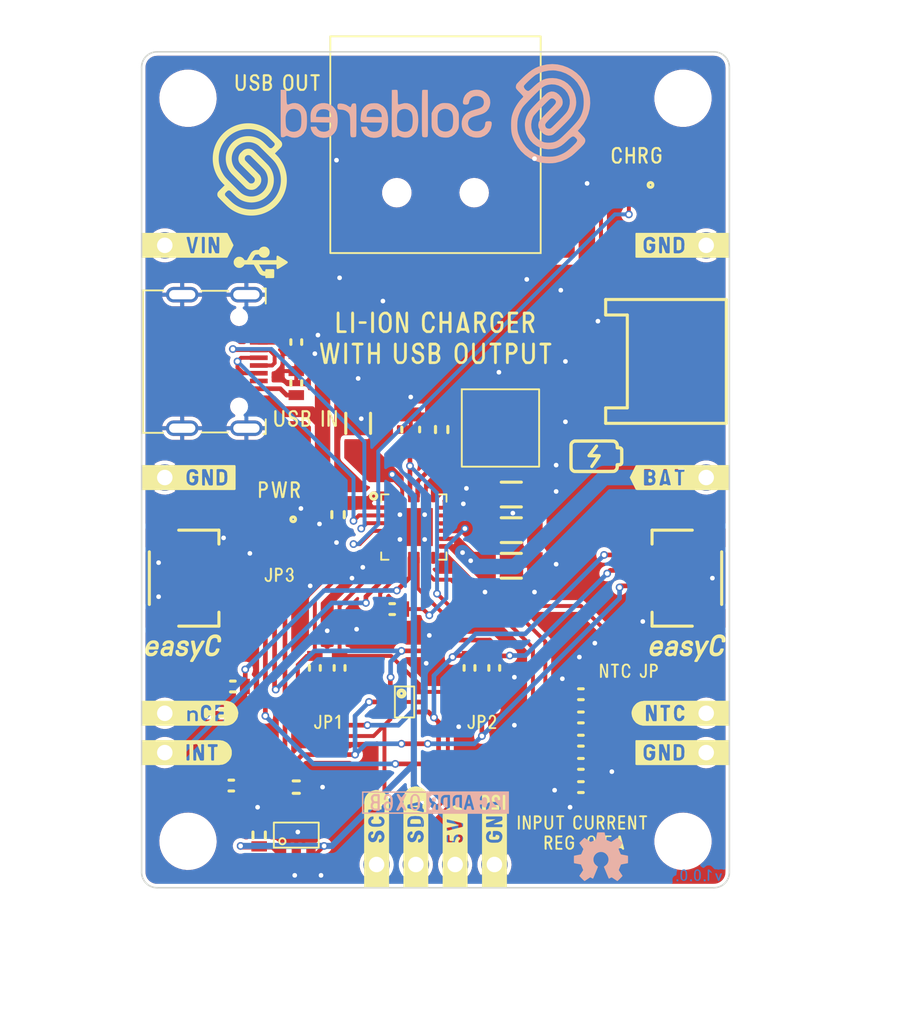
<source format=kicad_pcb>
(kicad_pcb (version 20211014) (generator pcbnew)
  (title_block (title "Li-ion charger BQ24295 with 5V USB output board") (date "2022-07-21") (rev "V1.0.0.") (company "SOLDERED") (comment 1 "333075"))
  (layers (0 "F.Cu" signal) (31 "B.Cu" signal) (34 "B.Paste" user) (35 "F.Paste" user) (36 "B.SilkS" user "B.Silkscreen") (37 "F.SilkS" user "F.Silkscreen") (38 "B.Mask" user) (39 "F.Mask" user) (44 "Edge.Cuts" user))
  (net 0 "")
  (net 1 "GND")
  (net 2 "VCC")
  (net 3 "PMID")
  (net 4 "REGN")
  (net 5 "Net-(C4-Pad2)")
  (net 6 "BAT")
  (net 7 "SYS")
  (net 8 "3V3")
  (net 9 "Net-(D1-Pad2)")
  (net 10 "Net-(D2-Pad1)")
  (net 11 "SCL_PULL5")
  (net 12 "SDA_PULL5")
  (net 13 "TS")
  (net 14 "Net-(JP2-Pad2)")
  (net 15 "SCL_PULL3,3")
  (net 16 "SDA_PULL3,3")
  (net 17 "ILIM")
  (net 18 "Net-(K4-PadA5)")
  (net 20 "Net-(K4-PadB5)")
  (net 22 "SCL3,3")
  (net 23 "SDA3,3")
  (net 24 "SDA5")
  (net 25 "SCL5")
  (net 26 "nCE")
  (net 27 "INT")
  (net 28 "Net-(K12-Pad2)")
  (net 29 "OTG")
  (net 30 "STAT")
  (net 31 "D+")
  (net 32 "D-")
  (net 33 "QON")
  (net 34 "BTST")
  (net 36 "Net-(JP4-Pad1)")
  (net 37 "Net-(JP5-Pad1)")
  (net 38 "Net-(JP6-Pad2)")
  (footprint "Soldered Graphics:Symbol-Front-USB" (layer "F.Cu") (at 97.7 99.6 -90)
    (fp_text reference "G***" hide)
    (fp_text value "LOGO" hide)
  )
  (footprint "e-radionica.com footprinti:SOT-363" (layer "F.Cu") (at 107 128)
    (fp_text reference "U1")
    (fp_text value "NMOS-DUAL")
  )
  (footprint "e-radionica.com footprinti:0603C" (layer "F.Cu") (at 109.4 110.4 90)
    (fp_text reference "C4")
    (fp_text value "CL10B473KO8NNNC")
  )
  (footprint "Soldered Graphics:Logo-Back-OSH-3.5mm" (layer "F.Cu") (at 119.7 138)
    (fp_text reference "G***" hide)
    (fp_text value "LOGO" hide)
  )
  (footprint "e-radionica.com footprinti:0603R" (layer "F.Cu") (at 100 107.4 90)
    (fp_text reference "R12")
    (fp_text value "5k1")
  )
  (footprint "e-radionica.com footprinti:0603R" (layer "F.Cu") (at 101.2 125.8 90)
    (fp_text reference "R3")
    (fp_text value "10k")
  )
  (footprint "e-radionica.com footprinti:USB_A_FEMALE_CONECTOR" (layer "F.Cu") (at 109 99.5 180)
    (fp_text reference "K12")
    (fp_text value "USB_A_FEMALE_CONNECTOR")
  )
  (footprint "e-radionica.com footprinti:0603R" (layer "F.Cu") (at 100 104.75 -90)
    (fp_text reference "R14")
    (fp_text value "5k1")
  )
  (footprint "e-radionica.com footprinti:0402LED" (layer "F.Cu") (at 98.9 115.6)
    (fp_text reference "D2")
    (fp_text value "purple")
  )
  (footprint "buzzardLabel" (layer "F.Cu") (at 128.4 113.5)
    (fp_text reference "")
    (fp_text value "")
  )
  (footprint "e-radionica.com footprinti:U262-161N-4BVC11" (layer "F.Cu") (at 95.1 106 -90)
    (fp_text reference "K4")
    (fp_text value "U262-161N-4BVC11")
  )
  (footprint "e-radionica.com footprinti:0603R" (layer "F.Cu") (at 118.4 133.5 180)
    (fp_text reference "R15")
    (fp_text value "1k")
  )
  (footprint "buzzardLabel" (layer "F.Cu") (at 98.9 119.8)
    (fp_text reference "")
    (fp_text value "")
  )
  (footprint "e-radionica.com footprinti:SMD_JUMPER_3_PAD_TRACE" (layer "F.Cu") (at 112 128)
    (fp_text reference "JP3")
    (fp_text value "SMD_JUMPER_3_PAD_TRACE")
  )
  (footprint "buzzardLabel" (layer "F.Cu") (at 98.9 114.3)
    (fp_text reference "")
    (fp_text value "")
  )
  (footprint "e-radionica.com footprinti:BQ24295RGET" (layer "F.Cu") (at 107.6 116.7)
    (fp_text reference "U2")
    (fp_text value "BQ24295_RGET")
  )
  (footprint "e-radionica.com footprinti:SMD-JUMPER-CONNECTED_TRACE_SLODERMASK" (layer "F.Cu") (at 98.9 118.5)
    (fp_text reference "JP6")
    (fp_text value "SMD-JUMPER-CONNECTED_TRACE_SLODERMASK")
  )
  (footprint "e-radionica.com footprinti:0402LED" (layer "F.Cu") (at 122 94)
    (fp_text reference "D1")
    (fp_text value "red")
  )
  (footprint "Soldered Graphics:Logo-Front-easyC-5mm" (layer "F.Cu") (at 92.7 124.5)
    (fp_text reference "G***" hide)
    (fp_text value "LOGO" hide)
  )
  (footprint "e-radionica.com footprinti:FIDUCIAL_23" (layer "F.Cu") (at 109 90)
    (fp_text reference "FD1")
    (fp_text value "FIDUCIAL")
  )
  (footprint "e-radionica.com footprinti:SMD_JUMPER" (layer "F.Cu") (at 120 138.5 -90)
    (fp_text reference "JP5")
    (fp_text value "SMD_JUMPER")
  )
  (footprint "buzzardLabel" (layer "F.Cu") (at 109 105.5)
    (fp_text reference "")
    (fp_text value "")
  )
  (footprint "e-radionica.com footprinti:1206C" (layer "F.Cu") (at 104 110 -90)
    (fp_text reference "C2")
    (fp_text value "EMK316BB7226ML-T")
  )
  (footprint "e-radionica.com footprinti:HOLE_3.2mm" (layer "F.Cu") (at 93 137)
    (fp_text reference "H1" hide)
    (fp_text value "HOLE_3.2mm" hide)
  )
  (footprint "buzzardLabel" (layer "F.Cu") (at 122 92.7)
    (fp_text reference "")
    (fp_text value "")
  )
  (footprint "e-radionica.com footprinti:HOLE_3.2mm" (layer "F.Cu") (at 93 89)
    (fp_text reference "H2" hide)
    (fp_text value "HOLE_3.2mm" hide)
  )
  (footprint "e-radionica.com footprinti:0402R" (layer "F.Cu") (at 122 95.5 180)
    (fp_text reference "R11")
    (fp_text value "2k2")
  )
  (footprint "e-radionica.com footprinti:JST-2pin-SMD" (layer "F.Cu") (at 123 106 -90)
    (fp_text reference "K7")
    (fp_text value "JST-2pin-SMD")
  )
  (footprint "e-radionica.com footprinti:easyC-connector" (layer "F.Cu") (at 124.7 120 -90)
    (fp_text reference "K5")
    (fp_text value "easyC-SMD")
  )
  (footprint "buzzardLabel" (layer "F.Cu") (at 128.4 131.27)
    (fp_text reference "")
    (fp_text value "")
  )
  (footprint "buzzardLabel" (layer "F.Cu") (at 98.8 88)
    (fp_text reference "")
    (fp_text value "")
  )
  (footprint "e-radionica.com footprinti:0603R" (layer "F.Cu") (at 102.8 125.8 -90)
    (fp_text reference "R6")
    (fp_text value "10k")
  )
  (footprint "buzzardLabel" (layer "F.Cu") (at 118.5 135.8)
    (fp_text reference "")
    (fp_text value "")
  )
  (footprint "e-radionica.com footprinti:HOLE_3.2mm" (layer "F.Cu") (at 125 89)
    (fp_text reference "H4" hide)
    (fp_text value "HOLE_3.2mm" hide)
  )
  (footprint "buzzardLabel" (layer "F.Cu") (at 117 137.1)
    (fp_text reference "")
    (fp_text value "")
  )
  (footprint "buzzardLabel" (layer "F.Cu") (at 110.27 140.4 90)
    (fp_text reference "")
    (fp_text value "")
  )
  (footprint "e-radionica.com footprinti:1206C" (layer "F.Cu") (at 113.9 116.9 180)
    (fp_text reference "C7")
    (fp_text value "CL31B106MOHNNNE")
  )
  (footprint "buzzardLabel" (layer "F.Cu") (at 100.6 109.7)
    (fp_text reference "")
    (fp_text value "")
  )
  (footprint "buzzardLabel" (layer "F.Cu") (at 89.6 131.27)
    (fp_text reference "")
    (fp_text value "")
  )
  (footprint "e-radionica.com footprinti:easyC-connector" (layer "F.Cu") (at 93.3 120 90)
    (fp_text reference "K11")
    (fp_text value "easyC-SMD")
  )
  (footprint "e-radionica.com footprinti:HOLE_3.2mm" (layer "F.Cu") (at 125 137)
    (fp_text reference "H3" hide)
    (fp_text value "HOLE_3.2mm" hide)
  )
  (footprint "e-radionica.com footprinti:SRN5020TA-2R2M" (layer "F.Cu") (at 113.2 110.3)
    (fp_text reference "L1")
    (fp_text value "SRN5020TA__2R2M")
  )
  (footprint "buzzardLabel" (layer "F.Cu") (at 120 137.1)
    (fp_text reference "")
    (fp_text value "")
  )
  (footprint "buzzardLabel" (layer "F.Cu") (at 112 129.3)
    (fp_text reference "")
    (fp_text value "")
  )
  (footprint "e-radionica.com footprinti:0603R" (layer "F.Cu") (at 106.2 122 180)
    (fp_text reference "R10")
    (fp_text value "10k")
  )
  (footprint "e-radionica.com footprinti:0603R" (layer "F.Cu") (at 95.8 133.4 180)
    (fp_text reference "R9")
    (fp_text value "10k")
  )
  (footprint "e-radionica.com footprinti:SOT-23-5" (layer "F.Cu") (at 100 136.6 90)
    (fp_text reference "U3")
    (fp_text value "SE5218")
  )
  (footprint "Soldered Graphics:Logo-Back-SolderedFULL-20mm" (layer "F.Cu") (at 109 90)
    (fp_text reference "REF**" hide)
    (fp_text value "Logo-Front-SolderedFULL-20mm" hide)
  )
  (footprint "buzzardLabel" (layer "F.Cu") (at 128.4 128.73)
    (fp_text reference "")
    (fp_text value "")
  )
  (footprint "buzzardLabel" (layer "F.Cu") (at 89.6 128.73)
    (fp_text reference "")
    (fp_text value "")
  )
  (footprint "e-radionica.com footprinti:0603R" (layer "F.Cu") (at 118.4 132)
    (fp_text reference "R13")
    (fp_text value "150")
  )
  (footprint "Soldered Graphics:Symbol-Front-Battery" (layer "F.Cu") (at 119.4 112.2)
    (fp_text reference "G***" hide)
    (fp_text value "LOGO" hide)
  )
  (footprint "e-radionica.com footprinti:0805C" (layer "F.Cu") (at 107.4 110.4 -90)
    (fp_text reference "C3")
    (fp_text value "GRM21BR71C475KE51K")
  )
  (footprint "e-radionica.com footprinti:0603R" (layer "F.Cu") (at 95.9 127 180)
    (fp_text reference "R8")
    (fp_text value "10k")
  )
  (footprint "buzzardLabel" (layer "F.Cu") (at 112.81 140.4 90)
    (fp_text reference "")
    (fp_text value "")
  )
  (footprint "buzzardLabel" (layer "F.Cu") (at 105.19 140.4 90)
    (fp_text reference "")
    (fp_text value "")
  )
  (footprint "e-radionica.com footprinti:0603R" (layer "F.Cu") (at 118.4 127.5 180)
    (fp_text reference "R5")
    (fp_text value "10k")
  )
  (footprint "Soldered Graphics:Logo-Front-easyC-5mm" (layer "F.Cu") (at 125.3 124.5)
    (fp_text reference "G***" hide)
    (fp_text value "LOGO" hide)
  )
  (footprint "e-radionica.com footprinti:1206C" (layer "F.Cu") (at 113.9 119.2 180)
    (fp_text reference "C5")
    (fp_text value "CL31B106MOHNNNE")
  )
  (footprint "buzzardLabel" (layer "F.Cu") (at 128.4 98.5)
    (fp_text reference "")
    (fp_text value "")
  )
  (footprint "buzzardLabel" (layer "F.Cu") (at 121.5 126)
    (fp_text reference "")
    (fp_text value "")
  )
  (footprint "Soldered Graphics:Logo-Front-Soldered-6mm" (layer "F.Cu") (at 97 93.6)
    (fp_text reference "G***" hide)
    (fp_text value "LOGO" hide)
  )
  (footprint "buzzardLabel" (layer "F.Cu") (at 107.73 140.4 90)
    (fp_text reference "")
    (fp_text value "")
  )
  (footprint "e-radionica.com footprinti:0603R" (layer "F.Cu") (at 118.4 129 180)
    (fp_text reference "R4")
    (fp_text value "33k")
  )
  (footprint "e-radionica.com footprinti:0603C" (layer "F.Cu") (at 97.6 136.6 -90)
    (fp_text reference "C8")
    (fp_text value "2u2")
  )
  (footprint "buzzardLabel" (layer "F.Cu") (at 102 129.3)
    (fp_text reference "")
    (fp_text value "")
  )
  (footprint "e-radionica.com footprinti:0603R" (layer "F.Cu") (at 118.4 130.5)
    (fp_text reference "R1")
    (fp_text value "5k1")
  )
  (footprint "e-radionica.com footprinti:SMD_JUMPER_3_PAD_TRACE" (layer "F.Cu") (at 102 128)
    (fp_text reference "JP1")
    (fp_text value "SMD_JUMPER_3_PAD_TRACE")
  )
  (footprint "buzzardLabel" (layer "F.Cu") (at 89.6 113.5)
    (fp_text reference "")
    (fp_text value "")
  )
  (footprint "buzzardLabel" (layer "F.Cu") (at 89.6 98.5)
    (fp_text reference "")
    (fp_text value "")
  )
  (footprint "e-radionica.com footprinti:0603R" (layer "F.Cu") (at 112.8 125.8 90)
    (fp_text reference "R2")
    (fp_text value "10k")
  )
  (footprint "e-radionica.com footprinti:0603C" (layer "F.Cu") (at 102.7 115.9 90)
    (fp_text reference "C1")
    (fp_text value "1u")
  )
  (footprint "e-radionica.com footprinti:1206C" (layer "F.Cu") (at 113.9 114.6 180)
    (fp_text reference "C6")
    (fp_text value "CL31B106MOHNNNE")
  )
  (footprint "e-radionica.com footprinti:0402R" (layer "F.Cu") (at 98.9 116.9 180)
    (fp_text reference "R16")
    (fp_text value "2k2")
  )
  (footprint "e-radionica.com footprinti:0603C" (layer "F.Cu") (at 100 133.5 180)
    (fp_text reference "C9")
    (fp_text value "2u2")
  )
  (footprint "e-radionica.com footprinti:0603R" (layer "F.Cu") (at 111.2 125.8 -90)
    (fp_text reference "R7")
    (fp_text value "10k")
  )
  (footprint "e-radionica.com footprinti:SMD_JUMPER_CONNECTED" (layer "F.Cu") (at 117 138.5 -90)
    (fp_text reference "JP4")
    (fp_text value "SMD-JUMPER-CONNECTED")
  )
  (footprint "buzzardLabel" (layer "F.Cu") (at 109 103.5)
    (fp_text reference "")
    (fp_text value "")
  )
  (footprint "e-radionica.com footprinti:SMD-JUMPER-CONNECTED_TRACE_SLODERMASK" (layer "F.Cu") (at 121.5 127.2 180)
    (fp_text reference "JP2")
    (fp_text value "SMD-JUMPER-CONNECTED_TRACE_SLODERMASK")
  )
  (footprint "e-radionica.com footprinti:HEADER_MALE_4X1" (layer "B.Cu") (at 109 138.5 180)
    (fp_text reference "K6")
    (fp_text value "HEADER_MALE_4X1")
  )
  (footprint "e-radionica.com footprinti:HEADER_MALE_2X1" (layer "B.Cu") (at 126.5 130 -90)
    (fp_text reference "K1")
    (fp_text value "HEADER_MALE_2X1")
  )
  (footprint "e-radionica.com footprinti:HEADER_MALE_1X1" (layer "B.Cu") (at 91.5 98.5 180)
    (fp_text reference "K2")
    (fp_text value "HEADER_MALE_1X1")
  )
  (footprint "e-radionica.com footprinti:HEADER_MALE_1X1" (layer "B.Cu") (at 91.5 113.5 180)
    (fp_text reference "K3")
    (fp_text value "HEADER_MALE_1X1")
  )
  (footprint "Soldered Graphics:Version1.0.0." (layer "B.Cu") (at 126 139.2 180)
    (fp_text reference "Ref**" hide)
    (fp_text value "Val**" hide)
  )
  (footprint "e-radionica.com footprinti:HEADER_MALE_2X1" (layer "B.Cu") (at 91.5 130 -90)
    (fp_text reference "K10")
    (fp_text value "HEADER_MALE_2X1")
  )
  (footprint "buzzardLabel" (layer "B.Cu") (at 106.4 134.5 180)
    (fp_text reference "")
    (fp_text value "")
  )
  (footprint "e-radionica.com footprinti:HEADER_MALE_1X1" (layer "B.Cu") (at 126.5 113.5 180)
    (fp_text reference "K8")
    (fp_text value "HEADER_MALE_1X1")
  )
  (footprint "e-radionica.com footprinti:HEADER_MALE_1X1" (layer "B.Cu") (at 126.5 98.5 180)
    (fp_text reference "K9")
    (fp_text value "HEADER_MALE_1X1")
  )
  (footprint "Soldered Graphics:Symbol-Front-I2C-ADDR-Field" (layer "B.Cu") (at 109 134.5 180)
    (fp_text reference "REF**" hide)
    (fp_text value "Symbol-Front-I2C-ADDR-Field" hide)
  )
  (gr_line (start 128 87) (end 128 139) (layer "Edge.Cuts") (width 0.1))
  (gr_line (start 91 86) (end 127 86) (layer "Edge.Cuts") (width 0.1))
  (gr_arc (start 90 87) (mid 90.292893 86.292893) (end 91 86) (layer "Edge.Cuts") (width 0.1))
  (gr_arc (start 91 140) (mid 90.292893 139.707107) (end 90 139) (layer "Edge.Cuts") (width 0.1))
  (gr_line (start 90 139) (end 90 87) (layer "Edge.Cuts") (width 0.1))
  (gr_line (start 127 140) (end 91 140) (layer "Edge.Cuts") (width 0.1))
  (gr_arc (start 128 139) (mid 127.707107 139.707107) (end 127 140) (layer "Edge.Cuts") (width 0.1))
  (gr_arc (start 127 86) (mid 127.707107 86.292893) (end 128 87) (layer "Edge.Cuts") (width 0.1))
  (via (at 119.3 124.2) (size 0.5) (drill 0.3) (layers "F.Cu" "B.Cu") (net 1))
  (via (at 115.4 120.9) (size 0.5) (drill 0.3) (layers "F.Cu" "B.Cu") (net 1))
  (via (at 118.8 94.5) (size 0.5) (drill 0.3) (layers "F.Cu" "B.Cu") (net 1))
  (via (at 106.7 117.5) (size 0.5) (drill 0.3) (layers "F.Cu" "B.Cu") (net 1))
  (via (at 107.4 108.3) (size 0.5) (drill 0.3) (layers "F.Cu" "B.Cu") (net 1))
  (via (at 95.3 117.4) (size 0.5) (drill 0.3) (layers "F.Cu" "B.Cu") (net 1))
  (via (at 102.6 93) (size 0.5) (drill 0.3) (layers "F.Cu" "B.Cu") (net 1))
  (via (at 99.9 139.2) (size 0.5) (drill 0.3) (layers "F.Cu" "B.Cu") (net 1))
  (via (at 111 114.2) (size 0.5) (drill 0.3) (layers "F.Cu" "B.Cu") (net 1))
  (via (at 114.1 126.4) (size 0.5) (drill 0.3) (layers "F.Cu" "B.Cu") (net 1))
  (via (at 110.5 129.6) (size 0.5) (drill 0.3) (layers "F.Cu" "B.Cu") (net 1))
  (via (at 91.1 121.2) (size 0.5) (drill 0.3) (layers "F.Cu" "B.Cu") (net 1))
  (via (at 108.3 117.5) (size 0.5) (drill 0.3) (layers "F.Cu" "B.Cu") (net 1))
  (via (at 102 123.4) (size 0.5) (drill 0.3) (layers "F.Cu" "B.Cu") (net 1))
  (via (at 113.1 106.7) (size 0.5) (drill 0.3) (layers "F.Cu" "B.Cu") (net 1))
  (via (at 106.7 115.9) (size 0.5) (drill 0.3) (layers "F.Cu" "B.Cu") (net 1))
  (via (at 117.4 109.9) (size 0.5) (drill 0.3) (layers "F.Cu" "B.Cu") (net 1))
  (via (at 100.1 136.4) (size 0.5) (drill 0.3) (layers "F.Cu" "B.Cu") (net 1))
  (via (at 101.5 116.5) (size 0.5) (drill 0.3) (layers "F.Cu" "B.Cu") (net 1))
  (via (at 104.3 119.3) (size 0.5) (drill 0.3) (layers "F.Cu" "B.Cu") (net 1))
  (via (at 110.8 115.2) (size 0.5) (drill 0.3) (layers "F.Cu" "B.Cu") (net 1))
  (via (at 105.6 102.1) (size 0.5) (drill 0.3) (layers "F.Cu" "B.Cu") (net 1))
  (via (at 103.9 123.3) (size 0.5) (drill 0.3) (layers "F.Cu" "B.Cu") (net 1))
  (via (at 100.9 120.5) (size 0.5) (drill 0.3) (layers "F.Cu" "B.Cu") (net 1))
  (via (at 118.3 125.1) (size 0.5) (drill 0.3) (layers "F.Cu" "B.Cu") (net 1))
  (via (at 101.7 133.5) (size 0.5) (drill 0.3) (layers "F.Cu" "B.Cu") (net 1))
  (via (at 117.1 101.4) (size 0.5) (drill 0.3) (layers "F.Cu" "B.Cu") (net 1))
  (via (at 119.5 103.4) (size 0.5) (drill 0.3) (layers "F.Cu" "B.Cu") (net 1))
  (via (at 114.1 129.5) (size 0.5) (drill 0.3) (layers "F.Cu" "B.Cu") (net 1))
  (via (at 100.3 115.5) (size 0.5) (drill 0.3) (layers "F.Cu" "B.Cu") (net 1))
  (via (at 112.2 120.9) (size 0.5) (drill 0.3) (layers "F.Cu" "B.Cu") (net 1))
  (via (at 116.8 112.7) (size 0.5) (drill 0.3) (layers "F.Cu" "B.Cu") (net 1))
  (via (at 102.8 100.6) (size 0.5) (drill 0.3) (layers "F.Cu" "B.Cu") (net 1))
  (via (at 108.4 125.5) (size 0.5) (drill 0.3) (layers "F.Cu" "B.Cu") (net 1))
  (via (at 101.6 139.2) (size 0.5) (drill 0.3) (layers "F.Cu" "B.Cu") (net 1))
  (via (at 104.2 109.7) (size 0.5) (drill 0.3) (layers "F.Cu" "B.Cu") (net 1))
  (via (at 114 115.8) (size 0.5) (drill 0.3) (layers "F.Cu" "B.Cu") (net 1))
  (via (at 117.7 134.8) (size 0.5) (drill 0.3) (layers "F.Cu" "B.Cu") (net 1))
  (via (at 91.1 119) (size 0.5) (drill 0.3) (layers "F.Cu" "B.Cu") (net 1))
  (via (at 117.2 126.5) (size 0.5) (drill 0.3) (layers "F.Cu" "B.Cu") (net 1))
  (via (at 116.8 114.4) (size 0.5) (drill 0.3) (layers "F.Cu" "B.Cu") (net 1))
  (via (at 101.4 104.3) (size 0.5) (drill 0.3) (layers "F.Cu" "B.Cu") (net 1))
  (via (at 117.4 106) (size 0.5) (drill 0.3) (layers "F.Cu" "B.Cu") (net 1))
  (via (at 103.6 120) (size 0.5) (drill 0.3) (layers "F.Cu" "B.Cu") (net 1))
  (via (at 116.8 119.1) (size 0.5) (drill 0.3) (layers "F.Cu" "B.Cu") (net 1))
  (via (at 116.7 133.7) (size 0.5) (drill 0.3) (layers "F.Cu" "B.Cu") (net 1))
  (via (at 114.9 100.7) (size 0.5) (drill 0.3) (layers "F.Cu" "B.Cu") (net 1))
  (via (at 122.4 122.8) (size 0.5) (drill 0.3) (layers "F.Cu" "B.Cu") (net 1))
  (via (at 108.6 123.7) (size 0.5) (drill 0.3) (layers "F.Cu" "B.Cu") (net 1))
  (via (at 108.3 115.9) (size 0.5) (drill 0.3) (layers "F.Cu" "B.Cu") (net 1))
  (via (at 97.5 134.8) (size 0.5) (drill 0.3) (layers "F.Cu" "B.Cu") (net 1))
  (via (at 120.4 132.5) (size 0.5) (drill 0.3) (layers "F.Cu" "B.Cu") (net 1))
  (via (at 126.9 120) (size 0.5) (drill 0.3) (layers "F.Cu" "B.Cu") (net 1))
  (via (at 97 118.4) (size 0.5) (drill 0.3) (layers "F.Cu" "B.Cu") (net 1))
  (via (at 102.6 117.7) (size 0.5) (drill 0.3) (layers "F.Cu" "B.Cu") (net 1))
  (via (at 104 107.1) (size 0.5) (drill 0.3) (layers "F.Cu" "B.Cu") (net 1))
  (via (at 115.4 92.9) (size 0.5) (drill 0.3) (layers "F.Cu" "B.Cu") (net 1))
  (via (at 101.2 105.5) (size 0.5) (drill 0.3) (layers "F.Cu" "B.Cu") (net 1))
  (segment (start 102.8 103.2) (end 102.8 106) (width 1) (layer "F.Cu") (net 2))
  (segment (start 101.7 114.17) (end 101.7 110.2) (width 1) (layer "F.Cu") (net 2))
  (segment (start 102.8 106) (end 101.7 107.1) (width 1) (layer "F.Cu") (net 2))
  (segment (start 91.5 98.5) (end 97 98.5) (width 1) (layer "F.Cu") (net 2))
  (segment (start 101.7 110.2) (end 101.7 110.1) (width 1) (layer "F.Cu") (net 2))
  (segment (start 97 98.5) (end 99.8 101.3) (width 1) (layer "F.Cu") (net 2))
  (segment (start 100.9 101.3) (end 102.8 103.2) (width 1) (layer "F.Cu") (net 2))
  (segment (start 99.8 101.3) (end 100.9 101.3) (width 1) (layer "F.Cu") (net 2))
  (segment (start 102.7 115.17) (end 101.7 114.17) (width 1) (layer "F.Cu") (net 2))
  (segment (start 101.7 107.1) (end 101.7 110.2) (width 1) (layer "F.Cu") (net 2))
  (segment (start 105.75 108.1) (end 112.5 101.35) (width 1) (layer "F.Cu") (net 3))
  (segment (start 97.6 137.33) (end 98.48 137.33) (width 0.4) (layer "F.Cu") (net 3))
  (segment (start 97.6 137.33) (end 96.43 137.33) (width 0.4) (layer "F.Cu") (net 3))
  (segment (start 100.95 137.9) (end 101.2 137.9) (width 0.254) (layer "F.Cu") (net 3))
  (segment (start 104.825 111.525) (end 105.75 110.6) (width 1) (layer "F.Cu") (net 3))
  (segment (start 98.48 137.33) (end 99.05 137.9) (width 0.4) (layer "F.Cu") (net 3))
  (segment (start 101.2 137.9) (end 101.8 137.3) (width 0.254) (layer "F.Cu") (net 3))
  (segment (start 112.5 101.35) (end 112.5 99.5) (width 1) (layer "F.Cu") (net 3))
  (segment (start 102.6 129.5) (end 102 128.9) (width 0.3) (layer "F.Cu") (net 3))
  (segment (start 104 111.525) (end 104.825 111.525) (width 1) (layer "F.Cu") (net 3))
  (segment (start 96.43 137.33) (end 96.4 137.3) (width 0.4) (layer "F.Cu") (net 3))
  (segment (start 102 128.9) (end 102 128) (width 0.3) (layer "F.Cu") (net 3))
  (segment (start 105.75 110.6) (end 105.75 108.1) (width 1) (layer "F.Cu") (net 3))
  (segment (start 104.6 129.5) (end 102.6 129.5) (width 0.3) (layer "F.Cu") (net 3))
  (via (at 101.8 137.3) (size 0.5) (drill 0.3) (layers "F.Cu" "B.Cu") (net 3))
  (via (at 104.6 129.5) (size 0.5) (drill 0.3) (layers "F.Cu" "B.Cu") (net 3))
  (via (at 96.4 137.3) (size 0.5) (drill 0.3) (layers "F.Cu" "B.Cu") (net 3))
  (via (at 106.2 113.3) (size 0.5) (drill 0.3) (layers "F.Cu" "B.Cu") (net 3))
  (segment (start 110.27 136.07) (end 107.7 133.5) (width 0.4) (layer "B.Cu") (net 3))
  (segment (start 107.6 114.7) (end 106.2 113.3) (width 0.4) (layer "B.Cu") (net 3))
  (segment (start 102.3 137.3) (end 107.6 132) (width 0.4) (layer "B.Cu") (net 3))
  (segment (start 110.27 138.5) (end 110.27 136.07) (width 0.4) (layer "B.Cu") (net 3))
  (segment (start 107.6 128.5) (end 107.6 114.7) (width 0.4) (layer "B.Cu") (net 3))
  (segment (start 107.6 132) (end 107.6 128.5) (width 0.4) (layer "B.Cu") (net 3))
  (segment (start 107.7 133.5) (end 107.6 133.4) (width 0.4) (layer "B.Cu") (net 3))
  (segment (start 96.4 137.3) (end 101.8 137.3) (width 0.4) (layer "B.Cu") (net 3))
  (segment (start 104.6 129.5) (end 106.6 129.5) (width 0.3) (layer "B.Cu") (net 3))
  (segment (start 106.6 129.5) (end 107.6 128.5) (width 0.3) (layer "B.Cu") (net 3))
  (segment (start 101.8 137.3) (end 102.3 137.3) (width 0.4) (layer "B.Cu") (net 3))
  (segment (start 107.6 133.4) (end 107.6 132) (width 0.4) (layer "B.Cu") (net 3))
  (segment (start 107.35 112.75) (end 107.35 111.425) (width 0.3) (layer "F.Cu") (net 4))
  (segment (start 109.1 121) (end 110.4 122.3) (width 0.254) (layer "F.Cu") (net 4))
  (segment (start 114.3 122.3) (end 116.1 124.1) (width 0.254) (layer "F.Cu") (net 4))
  (segment (start 116.1 129.9) (end 116.7 130.5) (width 0.254) (layer "F.Cu") (net 4))
  (segment (start 107.35 111.425) (end 107.3 111.375) (width 0.3) (layer "F.Cu") (net 4))
  (segment (start 116.7 130.5) (end 117.625 130.5) (width 0.254) (layer "F.Cu") (net 4))
  (segment (start 116.1 124.1) (end 116.1 129.9) (width 0.254) (layer "F.Cu") (net 4))
  (segment (start 110.4 122.3) (end 114.3 122.3) (width 0.254) (layer "F.Cu") (net 4))
  (segment (start 107.35 114.7125) (end 107.35 112.75) (width 0.3) (layer "F.Cu") (net 4))
  (via (at 109.1 121) (size 0.5) (drill 0.3) (layers "F.Cu" "B.Cu") (net 4))
  (via (at 107.35 112.75) (size 0.5) (drill 0.3) (layers "F.Cu" "B.Cu") (net 4))
  (segment (start 109.1 114.5) (end 107.35 112.75) (width 0.254) (layer "B.Cu") (net 4))
  (segment (start 109.1 121) (end 109.1 114.5) (width 0.254) (layer "B.Cu") (net 4))
  (segment (start 110.77 109.67) (end 111.4 110.3) (width 0.8) (layer "F.Cu") (net 5))
  (segment (start 109.4 109.67) (end 110.77 109.67) (width 0.8) (layer "F.Cu") (net 5))
  (segment (start 119.85 108.85) (end 119.85 107) (width 1) (layer "F.Cu") (net 6))
  (segment (start 124.5 113.5) (end 119.85 108.85) (width 1) (layer "F.Cu") (net 6))
  (segment (start 126.5 113.5) (end 124.5 113.5) (width 1) (layer "F.Cu") (net 6))
  (via (at 110.75 118.35) (size 0.5) (drill 0.3) (layers "F.Cu" "B.Cu") (net 6))
  (via (at 111.275 118.875) (size 0.5) (drill 0.3) (layers "F.Cu" "B.Cu") (net 6))
  (segment (start 111.65 119.25) (end 110.75 118.35) (width 1) (layer "B.Cu") (net 6))
  (segment (start 126.5 113.5) (end 119.9 113.5) (width 1) (layer "B.Cu") (net 6))
  (segment (start 119.9 113.5) (end 114.15 119.25) (width 1) (layer "B.Cu") (net 6))
  (segment (start 114.15 119.25) (end 111.65 119.25) (width 1) (layer "B.Cu") (net 6))
  (segment (start 112.375 116.9) (end 112.375 114.6) (width 1) (layer "F.Cu") (net 7))
  (segment (start 121.45 94) (end 120.9 94) (width 0.254) (layer "F.Cu") (net 7))
  (segment (start 115 104.9) (end 115 110.3) (width 0.254) (layer "F.Cu") (net 7))
  (segment (start 108.2 122) (end 106.975 122) (width 0.254) (layer "F.Cu") (net 7))
  (segment (start 120.9 94) (end 119.7 95.2) (width 0.254) (layer "F.Cu") (net 7))
  (segment (start 119.7 100.2) (end 115 104.9) (width 0.254) (layer "F.Cu") (net 7))
  (segment (start 119.7 95.2) (end 119.7 100.2) (width 0.254) (layer "F.Cu") (net 7))
  (segment (start 115 110.3) (end 115 111.85) (width 1) (layer "F.Cu") (net 7))
  (segment (start 112.375 114.475) (end 112.375 114.6) (width 1) (layer "F.Cu") (net 7))
  (segment (start 115 111.85) (end 112.375 114.475) (width 1) (layer "F.Cu") (net 7))
  (segment (start 108.6 122.4) (end 108.2 122) (width 0.254) (layer "F.Cu") (net 7))
  (via (at 108.6 122.4) (size 0.5) (drill 0.3) (layers "F.Cu" "B.Cu") (net 7))
  (via (at 110.9 116.8) (size 0.5) (drill 0.3) (layers "F.Cu" "B.Cu") (net 7))
  (segment (start 108.6 122.4) (end 109.7 121.3) (width 0.254) (layer "B.Cu") (net 7))
  (segment (start 109.7 121.3) (end 109.7 118) (width 0.254) (layer "B.Cu") (net 7))
  (segment (start 109.7 118) (end 110.9 116.8) (width 0.254) (layer "B.Cu") (net 7))
  (segment (start 120.9 120.6) (end 121 120.5) (width 0.3) (layer "F.Cu") (net 8))
  (segment (start 107.92 128) (end 106.08 128) (width 0.254) (layer "F.Cu") (net 8))
  (segment (start 96.575 133.4) (end 99.17 133.4) (width 0.3) (layer "F.Cu") (net 8))
  (segment (start 99.27 132.53) (end 99.27 121.07) (width 0.3) (layer "F.Cu") (net 8))
  (segment (start 99.27 121.07) (end 98.55 120.35) (width 0.3) (layer "F.Cu") (net 8))
  (segment (start 98.55 120.35) (end 97.7 119.5) (width 0.3) (layer "F.Cu") (net 8))
  (segment (start 100.4 131.4) (end 99.27 132.53) (width 0.3) (layer "F.Cu") (net 8))
  (segment (start 99.27 132.53) (end 99.27 133.5) (width 0.3) (layer "F.Cu") (net 8))
  (segment (start 104.7 128) (end 106.08 128) (width 0.3) (layer "F.Cu") (net 8))
  (segment (start 121 120.5) (end 122.85 120.5) (width 0.3) (layer "F.Cu") (net 8))
  (segment (start 112 130.2) (end 112 128) (width 0.3) (layer "F.Cu") (net 8))
  (segment (start 108.5 130.7) (end 106.8 130.7) (width 0.3) (layer "F.Cu") (net 8))
  (segment (start 99.05 135.3) (end 99.05 133.72) (width 0.4) (layer "F.Cu") (net 8))
  (segment (start 98.55 120.35) (end 98.55 118.5) (width 0.3) (layer "F.Cu") (net 8))
  (segment (start 103.8 131.4) (end 100.4 131.4) (width 0.3) (layer "F.Cu") (net 8))
  (segment (start 99.05 133.72) (end 99.27 133.5) (width 0.4) (layer "F.Cu") (net 8))
  (segment (start 97.7 119.5) (end 95.45 119.5) (width 0.3) (layer "F.Cu") (net 8))
  (segment (start 99.17 133.4) (end 99.27 133.5) (width 0.3) (layer "F.Cu") (net 8))
  (via (at 103.8 131.4) (size 0.5) (drill 0.3) (layers "F.Cu" "B.Cu") (net 8))
  (via (at 120.9 120.6) (size 0.5) (drill 0.3) (layers "F.Cu" "B.Cu") (net 8))
  (via (at 112 130.2) (size 0.5) (drill 0.3) (layers "F.Cu" "B.Cu") (net 8))
  (via (at 108.5 130.7) (size 0.5) (drill 0.3) (layers "F.Cu" "B.Cu") (net 8))
  (via (at 106.8 130.7) (size 0.5) (drill 0.3) (layers "F.Cu" "B.Cu") (net 8))
  (via (at 104.7 128) (size 0.5) (drill 0.3) (layers "F.Cu" "B.Cu") (net 8))
  (segment (start 104.5 130.7) (end 106.8 130.7) (width 0.3) (layer "B.Cu") (net 8))
  (segment (start 120.9 120.6) (end 120.9 121.3) (width 0.3) (layer "B.Cu") (net 8))
  (segment (start 111.5 130.7) (end 108.5 130.7) (width 0.3) (layer "B.Cu") (net 8))
  (segment (start 103.8 131.4) (end 104.5 130.7) (width 0.3) (layer "B.Cu") (net 8))
  (segment (start 120.9 121.3) (end 112 130.2) (width 0.3) (layer "B.Cu") (net 8))
  (segment (start 112 130.2) (end 111.5 130.7) (width 0.3) (layer "B.Cu") (net 8))
  (segment (start 103.8 128.9) (end 104.7 128) (width 0.3) (layer "B.Cu") (net 8))
  (segment (start 103.8 131.4) (end 103.8 128.9) (width 0.3) (layer "B.Cu") (net 8))
  (segment (start 122.55 95.45) (end 122.5 95.5) (width 0.254) (layer "F.Cu") (net 9))
  (segment (start 122.55 94) (end 122.55 95.45) (width 0.254) (layer "F.Cu") (net 9))
  (segment (start 98.35 116.85) (end 98.4 116.9) (width 0.3) (layer "F.Cu") (net 10))
  (segment (start 98.35 115.6) (end 98.35 116.85) (width 0.3) (layer "F.Cu") (net 10))
  (segment (start 101.2 127.9) (end 101.3 128) (width 0.3) (layer "F.Cu") (net 11))
  (segment (start 101.2 126.575) (end 101.2 127.9) (width 0.3) (layer "F.Cu") (net 11))
  (segment (start 102.8 127.9) (end 102.7 128) (width 0.3) (layer "F.Cu") (net 12))
  (segment (start 102.8 126.575) (end 102.8 127.9) (width 0.3) (layer "F.Cu") (net 12))
  (segment (start 121.85 128.35) (end 121.85 127.2) (width 0.254) (layer "F.Cu") (net 13))
  (segment (start 121.2 129) (end 121.45 128.75) (width 0.254) (layer "F.Cu") (net 13))
  (segment (start 121.47 128.73) (end 121.45 128.75) (width 0.254) (layer "F.Cu") (net 13))
  (segment (start 119.175 129) (end 121.2 129) (width 0.254) (layer "F.Cu") (net 13))
  (segment (start 118.4 121.8) (end 121.85 125.25) (width 0.254) (layer "F.Cu") (net 13))
  (segment (start 121.95 127.35) (end 121.95 126.4) (width 0.254) (layer "F.Cu") (net 13))
  (segment (start 121.45 128.75) (end 121.85 128.35) (width 0.254) (layer "F.Cu") (net 13))
  (segment (start 108.9 120.1) (end 110 120.1) (width 0.254) (layer "F.Cu") (net 13))
  (segment (start 108.35 118.6875) (end 108.35 119.55) (width 0.254) (layer "F.Cu") (net 13))
  (segment (start 121.85 125.25) (end 121.85 127) (width 0.254) (layer "F.Cu") (net 13))
  (segment (start 108.35 119.55) (end 108.9 120.1) (width 0.254) (layer "F.Cu") (net 13))
  (segment (start 111.7 121.8) (end 118.4 121.8) (width 0.254) (layer "F.Cu") (net 13))
  (segment (start 119.175 130.5) (end 119.175 129) (width 0.254) (layer "F.Cu") (net 13))
  (segment (start 110 120.1) (end 111.7 121.8) (width 0.254) (layer "F.Cu") (net 13))
  (segment (start 126.5 128.73) (end 121.47 128.73) (width 0.254) (layer "F.Cu") (net 13))
  (segment (start 120 127.5) (end 120.3 127.2) (width 0.254) (layer "F.Cu") (net 14))
  (segment (start 120.3 127.2) (end 121.15 127.2) (width 0.254) (layer "F.Cu") (net 14))
  (segment (start 119.175 127.5) (end 120 127.5) (width 0.254) (layer "F.Cu") (net 14))
  (segment (start 111.2 127.9) (end 111.3 128) (width 0.3) (layer "F.Cu") (net 15))
  (segment (start 111.2 126.575) (end 111.2 127.9) (width 0.3) (layer "F.Cu") (net 15))
  (segment (start 112.8 126.575) (end 112.8 127.9) (width 0.3) (layer "F.Cu") (net 16))
  (segment (start 112.8 127.9) (end 112.7 128) (width 0.3) (layer "F.Cu") (net 16))
  (segment (start 113.55352 122.75352) (end 115.3 124.5) (width 0.254) (layer "F.Cu") (net 17))
  (segment (start 107.85 120.65) (end 109.95352 122.75352) (width 0.254) (layer "F.Cu") (net 17))
  (segment (start 115.3 124.5) (end 115.3 138.1) (width 0.254) (layer "F.Cu") (net 17))
  (segment (start 116.05 138.85) (end 117 138.85) (width 0.254) (layer "F.Cu") (net 17))
  (segment (start 115.3 138.1) (end 116.05 138.85) (width 0.254) (layer "F.Cu") (net 17))
  (segment (start 107.85 118.6875) (end 107.85 120.65) (width 0.254) (layer "F.Cu") (net 17))
  (segment (start 117 138.85) (end 120 138.85) (width 0.254) (layer "F.Cu") (net 17))
  (segment (start 109.95352 122.75352) (end 113.55352 122.75352) (width 0.254) (layer "F.Cu") (net 17))
  (segment (start 99.525 103.975) (end 100 103.975) (width 0.3) (layer "F.Cu") (net 18))
  (segment (start 98.737 104.763) (end 99.525 103.975) (width 0.3) (layer "F.Cu") (net 18))
  (segment (start 97.575 104.763) (end 98.737 104.763) (width 0.3) (layer "F.Cu") (net 18))
  (segment (start 98.963 107.763) (end 99.375 108.175) (width 0.3) (layer "F.Cu") (net 20))
  (segment (start 99.375 108.175) (end 100 108.175) (width 0.3) (layer "F.Cu") (net 20))
  (segment (start 97.575 107.763) (end 98.963 107.763) (width 0.3) (layer "F.Cu") (net 20))
  (segment (start 95.45 121.5) (end 96.4 121.5) (width 0.3) (layer "F.Cu") (net 22))
  (segment (start 107.92 128.65) (end 108.55 128.65) (width 0.3) (layer "F.Cu") (net 22))
  (segment (start 109.2 131.7) (end 109.2 129.3) (width 0.3) (layer "F.Cu") (net 22))
  (segment (start 110.1 125.1) (end 110.2 125) (width 0.3) (layer "F.Cu") (net 22))
  (segment (start 119.9 118.5) (end 122.85 118.5) (width 0.3) (layer "F.Cu") (net 22))
  (segment (start 106.4 132) (end 108.9 132) (width 0.3) (layer "F.Cu") (net 22))
  (segment (start 110.2 125) (end 111.175 125) (width 0.3) (layer "F.Cu") (net 22))
  (segment (start 109.2 129.3) (end 108.9 129) (width 0.3) (layer "F.Cu") (net 22))
  (segment (start 111.175 125) (end 111.2 125.025) (width 0.3) (layer "F.Cu") (net 22))
  (segment (start 108.9 132) (end 109.2 131.7) (width 0.3) (layer "F.Cu") (net 22))
  (segment (start 96.4 121.5) (end 98 123.1) (width 0.3) (layer "F.Cu") (net 22))
  (segment (start 108.55 128.65) (end 108.9 129) (width 0.3) (layer "F.Cu") (net 22))
  (segment (start 98 123.1) (end 98 128.9) (width 0.3) (layer "F.Cu") (net 22))
  (via (at 110.1 125.1) (size 0.5) (drill 0.3) (layers "F.Cu" "B.Cu") (net 22))
  (via (at 119.9 118.5) (size 0.5) (drill 0.3) (layers "F.Cu" "B.Cu") (net 22))
  (via (at 98 128.9) (size 0.5) (drill 0.3) (layers "F.Cu" "B.Cu") (net 22))
  (via (at 108.9 129) (size 0.5) (drill 0.3) (layers "F.Cu" "B.Cu") (net 22))
  (via (at 106.4 132) (size 0.5) (drill 0.3) (layers "F.Cu" "B.Cu") (net 22))
  (segment (start 114.8 123.6) (end 111.6 123.6) (width 0.3) (layer "B.Cu") (net 22))
  (segment (start 111.6 123.6) (end 110.1 125.1) (width 0.3) (layer "B.Cu") (net 22))
  (segment (start 101.1 132) (end 106.4 132) (width 0.3) (layer "B.Cu") (net 22))
  (segment (start 119.9 118.5) (end 114.8 123.6) (width 0.3) (layer "B.Cu") (net 22))
  (segment (start 108.9 129) (end 108.9 126.3) (width 0.3) (layer "B.Cu") (net 22))
  (segment (start 108.9 126.3) (end 110.1 125.1) (width 0.3) (layer "B.Cu") (net 22))
  (segment (start 98 128.9) (end 101.1 132) (width 0.3) (layer "B.Cu") (net 22))
  (segment (start 113.8 125) (end 113.775 125.025) (width 0.3) (layer "F.Cu") (net 23))
  (segment (start 106.8 124.7) (end 108.9 124.7) (width 0.3) (layer "F.Cu") (net 23))
  (segment (start 98.6 127.1295) (end 98.6 122.2) (width 0.3) (layer "F.Cu") (net 23))
  (segment (start 96.9 120.5) (end 95.45 120.5) (width 0.3) (layer "F.Cu") (net 23))
  (segment (start 98.6705 127.2) (end 98.6 127.1295) (width 0.3) (layer "F.Cu") (net 23))
  (segment (start 120.3 119.5) (end 122.85 119.5) (width 0.3) (layer "F.Cu") (net 23))
  (segment (start 120.1 119.7) (end 120.3 119.5) (width 0.3) (layer "F.Cu") (net 23))
  (segment (start 106.08 126.42) (end 106.1 126.4) (width 0.3) (layer "F.Cu") (net 23))
  (segment (start 113.775 125.025) (end 112.8 125.025) (width 0.3) (layer "F.Cu") (net 23))
  (segment (start 108.9 124.7) (end 109.6 124) (width 0.3) (layer "F.Cu") (net 23))
  (segment (start 106.08 127.35) (end 106.08 126.42) (width 0.3) (layer "F.Cu") (net 23))
  (segment (start 98.6 122.2) (end 96.9 120.5) (width 0.3) (layer "F.Cu") (net 23))
  (segment (start 109.6 124) (end 112.5 124) (width 0.3) (layer "F.Cu") (net 23))
  (segment (start 112.5 124) (end 112.8 124.3) (width 0.3) (layer "F.Cu") (net 23))
  (segment (start 112.8 124.3) (end 112.8 125.025) (width 0.3) (layer "F.Cu") (net 23))
  (via (at 120.1 119.7) (size 0.5) (drill 0.3) (layers "F.Cu" "B.Cu") (net 23))
  (via (at 106.1 126.4) (size 0.5) (drill 0.3) (layers "F.Cu" "B.Cu") (net 23))
  (via (at 98.6705 127.2) (size 0.5) (drill 0.3) (layers "F.Cu" "B.Cu") (net 23))
  (via (at 113.8 125) (size 0.5) (drill 0.3) (layers "F.Cu" "B.Cu") (net 23))
  (via (at 106.8 124.7) (size 0.5) (drill 0.3) (layers "F.Cu" "B.Cu") (net 23))
  (segment (start 114.8 125) (end 113.8 125) (width 0.3) (layer "B.Cu") (net 23))
  (segment (start 120.1 119.7) (end 114.8 125) (width 0.3) (layer "B.Cu") (net 23))
  (segment (start 106.8 124.7) (end 106.1 125.4) (width 0.3) (layer "B.Cu") (net 23))
  (segment (start 106.8 124.7) (end 101.1705 124.7) (width 0.3) (layer "B.Cu") (net 23))
  (segment (start 106.1 125.4) (end 106.1 126.4) (width 0.3) (layer "B.Cu") (net 23))
  (segment (start 101.1705 124.7) (end 98.6705 127.2) (width 0.3) (layer "B.Cu") (net 23))
  (segment (start 107.92 127.35) (end 109.35 127.35) (width 0.254) (layer "F.Cu") (net 24))
  (segment (start 102.8 125.025) (end 106.125 125.025) (width 0.254) (layer "F.Cu") (net 24))
  (segment (start 109.8 134.1) (end 107.73 136.17) (width 0.254) (layer "F.Cu") (net 24))
  (segment (start 106.125 125.025) (end 107.92 126.82) (width 0.254) (layer "F.Cu") (net 24))
  (segment (start 105.6125 118.9875) (end 102.8 121.8) (width 0.254) (layer "F.Cu") (net 24))
  (segment (start 105.6125 117.95) (end 105.6125 118.9875) (width 0.254) (layer "F.Cu") (net 24))
  (segment (start 109.8 127.8) (end 109.8 134.1) (width 0.254) (layer "F.Cu") (net 24))
  (segment (start 107.73 136.17) (end 107.73 138.5) (width 0.254) (layer "F.Cu") (net 24))
  (segment (start 107.92 126.82) (end 107.92 127.35) (width 0.254) (layer "F.Cu") (net 24))
  (segment (start 109.35 127.35) (end 109.8 127.8) (width 0.254) (layer "F.Cu") (net 24))
  (segment (start 102.8 121.8) (end 102.8 125.025) (width 0.254) (layer "F.Cu") (net 24))
  (segment (start 105 130.2) (end 101.4 130.2) (width 0.254) (layer "F.Cu") (net 25))
  (segment (start 105.19 138.5) (end 105.7 137.99) (width 0.254) (layer "F.Cu") (net 25))
  (segment (start 101.4 130.2) (end 100.1 128.9) (width 0.254) (layer "F.Cu") (net 25))
  (segment (start 101.2 121.424828) (end 101.2 125.025) (width 0.254) (layer "F.Cu") (net 25))
  (segment (start 106.08 128.65) (end 106.08 129.12) (width 0.254) (layer "F.Cu") (net 25))
  (segment (start 100.675 125.025) (end 101.2 125.025) (width 0.254) (layer "F.Cu") (net 25))
  (segment (start 105.6125 117.45) (end 105.174828 117.45) (width 0.254) (layer "F.Cu") (net 25))
  (segment (start 100.1 128.9) (end 100.1 125.6) (width 0.254) (layer "F.Cu") (net 25))
  (segment (start 105.174828 117.45) (end 101.2 121.424828) (width 0.254) (layer "F.Cu") (net 25))
  (segment (start 100.1 125.6) (end 100.675 125.025) (width 0.254) (layer "F.Cu") (net 25))
  (segment (start 105.7 137.99) (end 105.7 129.5) (width 0.254) (layer "F.Cu") (net 25))
  (segment (start 106.08 129.12) (end 105 130.2) (width 0.254) (layer "F.Cu") (net 25))
  (segment (start 96.675 127.625) (end 96.675 127) (width 0.3) (layer "F.Cu") (net 26))
  (segment (start 107.35 119.95) (end 107.35 118.6875) (width 0.3) (layer "F.Cu") (net 26))
  (segment (start 96.7 126.975) (end 96.675 127) (width 0.3) (layer "F.Cu") (net 26))
  (segment (start 96.7 125.9) (end 96.7 126.975) (width 0.3) (layer "F.Cu") (net 26))
  (segment (start 95.57 128.73) (end 96.675 127.625) (width 0.3) (layer "F.Cu") (net 26))
  (segment (start 91.5 128.73) (end 95.57 128.73) (width 0.3) (layer "F.Cu") (net 26))
  (segment (start 106.5 120.8) (end 107.35 119.95) (width 0.3) (layer "F.Cu") (net 26))
  (via (at 96.7 125.9) (size 0.5) (drill 0.3) (layers "F.Cu" "B.Cu") (net 26))
  (via (at 106.5 120.8) (size 0.5) (drill 0.3) (layers "F.Cu" "B.Cu") (net 26))
  (segment (start 106.5 120.8) (end 101.8 120.8) (width 0.3) (layer "B.Cu") (net 26))
  (segment (start 101.8 120.8) (end 96.7 125.9) (width 0.3) (layer "B.Cu") (net 26))
  (segment (start 93.63 133.4) (end 91.5 131.27) (width 0.3) (layer "F.Cu") (net 27))
  (segment (start 106.35 119.35) (end 106.35 118.6875) (width 0.3) (layer "F.Cu") (net 27))
  (segment (start 104.5 121.6) (end 104.5 121.2) (width 0.3) (layer "F.Cu") (net 27))
  (segment (start 104.5 121.2) (end 106.35 119.35) (width 0.3) (layer "F.Cu") (net 27))
  (segment (start 95.025 133.4) (end 93.63 133.4) (width 0.3) (layer "F.Cu") (net 27))
  (via (at 104.5 121.6) (size 0.5) (drill 0.3) (layers "F.Cu" "B.Cu") (net 27))
  (segment (start 104.5 121.6) (end 102.3 121.6) (width 0.3) (layer "B.Cu") (net 27))
  (segment (start 102.3 121.6) (end 92.63 131.27) (width 0.3) (layer "B.Cu") (net 27))
  (segment (start 92.63 131.27) (end 91.5 131.27) (width 0.3) (layer "B.Cu") (net 27))
  (segment (start 110 99.5) (end 110 97) (width 0.254) (layer "F.Cu") (net 28))
  (segment (start 110 97) (end 109.4 96.4) (width 0.254) (layer "F.Cu") (net 28))
  (segment (start 108.6 96.4) (end 108 97) (width 0.254) (layer "F.Cu") (net 28))
  (segment (start 108 97) (end 108 99.5) (width 0.254) (layer "F.Cu") (net 28))
  (segment (start 109.4 96.4) (end 108.6 96.4) (width 0.254) (layer "F.Cu") (net 28))
  (segment (start 106.85 119.55) (end 105.425 120.975) (width 0.254) (layer "F.Cu") (net 29))
  (segment (start 106.85 118.6875) (end 106.85 119.55) (width 0.254) (layer "F.Cu") (net 29))
  (segment (start 105.425 120.975) (end 105.425 122) (width 0.254) (layer "F.Cu") (net 29))
  (segment (start 121.5 96.5) (end 121.5 95.5) (width 0.254) (layer "F.Cu") (net 30))
  (segment (start 104.95 116.95) (end 105.6125 116.95) (width 0.254) (layer "F.Cu") (net 30))
  (segment (start 104.1 117.8) (end 104.95 116.95) (width 0.254) (layer "F.Cu") (net 30))
  (segment (start 103.7 117.8) (end 104.1 117.8) (width 0.254) (layer "F.Cu") (net 30))
  (via (at 103.7 117.8) (size 0.5) (drill 0.3) (layers "F.Cu" "B.Cu") (net 30))
  (via (at 121.5 96.5) (size 0.5) (drill 0.3) (layers "F.Cu" "B.Cu") (net 30))
  (segment (start 105.3 111.8) (end 105.3 116.515311) (width 0.254) (layer "B.Cu") (net 30))
  (segment (start 121.5 96.5) (end 120.6 96.5) (width 0.254) (layer "B.Cu") (net 30))
  (segment (start 104.015311 117.8) (end 103.7 117.8) (width 0.254) (layer "B.Cu") (net 30))
  (segment (start 105.3 116.515311) (end 104.015311 117.8) (width 0.254) (layer "B.Cu") (net 30))
  (segment (start 120.6 96.5) (end 105.3 111.8) (width 0.254) (layer "B.Cu") (net 30))
  (segment (start 97.575 106.763) (end 96.563 106.763) (width 0.254) (layer "F.Cu") (net 31))
  (segment (start 103.7 116.3) (end 104.05 115.95) (width 0.254) (layer "F.Cu") (net 31))
  (segment (start 104.05 115.95) (end 105.6125 115.95) (width 0.254) (layer "F.Cu") (net 31))
  (segment (start 96.2 106) (end 96.437 105.763) (width 0.254) (layer "F.Cu") (net 31))
  (segment (start 96.437 105.763) (end 97.575 105.763) (width 0.254) (layer "F.Cu") (net 31))
  (segment (start 96.563 106.763) (end 96.2 106.4) (width 0.254) (layer "F.Cu") (net 31))
  (segment (start 96.2 106.4) (end 96.2 106) (width 0.254) (layer "F.Cu") (net 31))
  (via (at 96.2 106) (size 0.5) (drill 0.3) (layers "F.Cu" "B.Cu") (net 31))
  (via (at 103.7 116.3) (size 0.5) (drill 0.3) (layers "F.Cu" "B.Cu") (net 31))
  (segment (start 103.7 113.5) (end 96.2 106) (width 0.254) (layer "B.Cu") (net 31))
  (segment (start 103.7 116.3) (end 103.7 113.5) (width 0.254) (layer "B.Cu") (net 31))
  (segment (start 104.55 116.45) (end 105.6125 116.45) (width 0.254) (layer "F.Cu") (net 32))
  (segment (start 98.263 105.263) (end 97.575 105.263) (width 0.254) (layer "F.Cu") (net 32))
  (segment (start 98.437 106.263) (end 98.6 106.1) (width 0.254) (layer "F.Cu") (net 32))
  (segment (start 98.6 106.1) (end 98.6 105.6) (width 0.254) (layer "F.Cu") (net 32))
  (segment (start 97.575 105.263) (end 95.963 105.263) (width 0.254) (layer "F.Cu") (net 32))
  (segment (start 104.2 116.8) (end 104.55 116.45) (width 0.254) (layer "F.Cu") (net 32))
  (segment (start 98.6 105.6) (end 98.263 105.263) (width 0.254) (layer "F.Cu") (net 32))
  (segment (start 97.575 106.263) (end 98.437 106.263) (width 0.254) (layer "F.Cu") (net 32))
  (segment (start 95.963 105.263) (end 95.9 105.2) (width 0.254) (layer "F.Cu") (net 32))
  (via (at 104.2 116.8) (size 0.5) (drill 0.3) (layers "F.Cu" "B.Cu") (net 32))
  (via (at 95.9 105.2) (size 0.5) (drill 0.3) (layers "F.Cu" "B.Cu") (net 32))
  (segment (start 104.413972 115.962977) (end 104.413972 116.586028) (width 0.254) (layer "B.Cu") (net 32))
  (segment (start 104.4 115.949005) (end 104.413972 115.962977) (width 0.254) (layer "B.Cu") (net 32))
  (segment (start 95.9 105.2) (end 98.4 105.2) (width 0.254) (layer "B.Cu") (net 32))
  (segment (start 104.4 111.2) (end 104.4 115.949005) (width 0.254) (layer "B.Cu") (net 32))
  (segment (start 104.413972 116.586028) (end 104.2 116.8) (width 0.254) (layer "B.Cu") (net 32))
  (segment (start 98.4 105.2) (end 104.4 111.2) (width 0.254) (layer "B.Cu") (net 32))
  (segment (start 107.85 114.7125) (end 107.85 113.75) (width 0.3) (layer "F.Cu") (net 34))
  (segment (start 109.4 112.2) (end 109.4 111.13) (width 0.3) (layer "F.Cu") (net 34))
  (segment (start 107.85 113.75) (end 109.4 112.2) (width 0.3) (layer "F.Cu") (net 34))
  (segment (start 116 137.15) (end 116 133) (width 0.254) (layer "F.Cu") (net 36))
  (segment (start 117 138.15) (end 116 137.15) (width 0.254) (layer "F.Cu") (net 36))
  (segment (start 117 132) (end 117.625 132) (width 0.254) (layer "F.Cu") (net 36))
  (segment (start 116 133) (end 117 132) (width 0.254) (layer "F.Cu") (net 36))
  (segment (start 119.6 133.5) (end 119.175 133.5) (width 0.254) (layer "F.Cu") (net 37))
  (segment (start 120 138.15) (end 120 133.9) (width 0.254) (layer "F.Cu") (net 37))
  (segment (start 120 133.9) (end 119.6 133.5) (width 0.254) (layer "F.Cu") (net 37))
  (segment (start 99.4 118.35) (end 99.25 118.5) (width 0.3) (layer "F.Cu") (net 38))
  (segment (start 99.4 116.9) (end 99.4 118.35) (width 0.3) (layer "F.Cu") (net 38))
  (zone (net 5) (net_name "Net-(C4-Pad2)") (layer "F.Cu") (priority 3) (connect_pads yes (clearance 0.254)) (min_thickness 0.2) (fill yes (thermal_gap 0.254) (thermal_bridge_width 0.254))
    (polygon (pts (xy 111.45 112.6) (xy 109 115.05) (xy 109 115.1) (xy 108.7 115.1) (xy 108.7 114.2) (xy 108.5 114.2) (xy 108.5 115.1) (xy 108.2 115.1) (xy 108.2 113.95) (xy 110.75 111.4) (xy 111.45 111.4)))
  )
  (zone (net 2) (net_name "VCC") (layer "F.Cu") (priority 2) (connect_pads yes (clearance 0.254)) (min_thickness 0.2) (fill yes (thermal_gap 0.254) (thermal_bridge_width 0.254))
    (polygon (pts (xy 99.3 108.9) (xy 101.1 108.9) (xy 101.7 109.5) (xy 101.7 110.6) (xy 100.7 109.6) (xy 99.2 109.6) (xy 98.3 108.7) (xy 97 108.7) (xy 97 108.2) (xy 98.6 108.2)))
  )
  (zone (net 2) (net_name "VCC") (layer "F.Cu") (priority 3) (connect_pads yes (clearance 0.254)) (min_thickness 0.2) (fill yes (thermal_gap 0.254) (thermal_bridge_width 0.254))
    (polygon (pts (xy 102.4 103.2) (xy 100.9 103.2) (xy 99.6 103.2) (xy 99 103.8) (xy 97 103.8) (xy 97 103.3) (xy 98.5 103.3) (xy 99.4 102.4) (xy 101.1 102.4) (xy 102.4 102.4)))
  )
  (zone (net 7) (net_name "SYS") (layer "F.Cu") (priority 3) (connect_pads yes (clearance 0.254)) (min_thickness 0.2) (fill yes (thermal_gap 0.254) (thermal_bridge_width 0.254))
    (polygon (pts (xy 112.9 117.8) (xy 111.35 117.8) (xy 110.65 117.1) (xy 109.2 117.1) (xy 109.2 116.8) (xy 110.2 116.8) (xy 110.2 116.6) (xy 109.2 116.6) (xy 109.2 116.3) (xy 111.05 116.3) (xy 111.35 116) (xy 112.9 116)))
  )
  (zone (net 3) (net_name "PMID") (layer "F.Cu") (priority 3) (connect_pads yes (clearance 0.254)) (min_thickness 0.2) (fill yes (thermal_gap 0.254) (thermal_bridge_width 0.254))
    (polygon (pts (xy 104.9 111.4) (xy 107 113.5) (xy 107 115.1) (xy 106.7 115.1) (xy 106.7 114.2) (xy 106.3 113.8) (xy 104.7 113.8) (xy 103.1 112.25) (xy 103.1 111.05) (xy 104.9 111.05)))
  )
  (zone (net 6) (net_name "BAT") (layer "F.Cu") (priority 3) (connect_pads yes (clearance 0.254)) (min_thickness 0.2) (fill yes (thermal_gap 0.254) (thermal_bridge_width 0.254))
    (polygon (pts (xy 111.5 118.3) (xy 112.9 118.3) (xy 112.9 120.1) (xy 111.85 120.1) (xy 109.85 118.1) (xy 109.2 118.1) (xy 109.2 117.8) (xy 110.2 117.8) (xy 110.2 117.6) (xy 109.2 117.6) (xy 109.2 117.3) (xy 110.5 117.3)))
  )
  (zone (net 1) (net_name "GND") (layers F&B.Cu) (connect_pads (clearance 0.254)) (min_thickness 0.2) (fill yes (thermal_gap 0.254) (thermal_bridge_width 0.254))
    (polygon (pts (xy 128 140) (xy 90 140) (xy 90 86) (xy 128 86)))
  )
  (zone (net 2) (net_name "VCC") (layer "F.Cu") (priority 3) (connect_pads yes (clearance 0.254)) (min_thickness 0.254) (fill yes (thermal_gap 0.254) (thermal_bridge_width 0.254))
    (polygon (pts (xy 106.5 115) (xy 105 115) (xy 104.9 115.1) (xy 104.9 115.2) (xy 105 115.3) (xy 106 115.3) (xy 106 115.6) (xy 102.2 115.6) (xy 102.2 114.7) (xy 104.6 114.7) (xy 104.9 114.4) (xy 106.5 114.4)))
  )
  (zone (net 0) (net_name "") (layer "F.Cu") (connect_pads (clearance 0)) (min_thickness 0.2)
    (keepout (tracks allowed) (vias allowed) (pads allowed) (copperpour not_allowed) (footprints allowed))
    (fill (thermal_gap 0.254) (thermal_bridge_width 0.254))
    (polygon (pts (xy 110 115.8) (xy 109.2 115.8) (xy 109.2 115.6) (xy 110 115.6)))
  )
)
</source>
